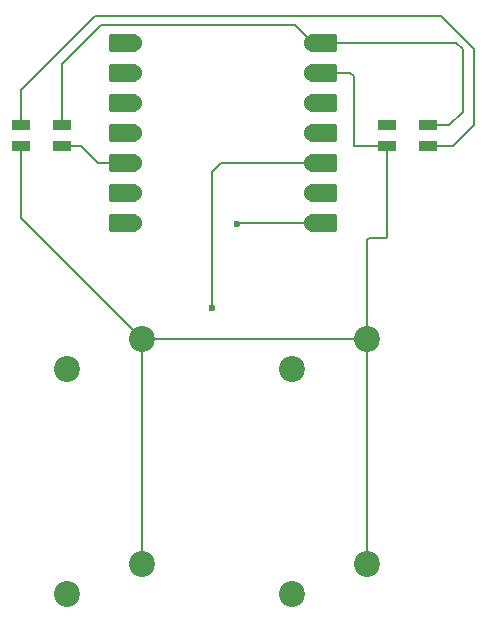
<source format=gbr>
%TF.GenerationSoftware,KiCad,Pcbnew,8.0.8*%
%TF.CreationDate,2025-02-16T22:09:59-06:00*%
%TF.ProjectId,hackPad,6861636b-5061-4642-9e6b-696361645f70,rev?*%
%TF.SameCoordinates,Original*%
%TF.FileFunction,Copper,L1,Top*%
%TF.FilePolarity,Positive*%
%FSLAX46Y46*%
G04 Gerber Fmt 4.6, Leading zero omitted, Abs format (unit mm)*
G04 Created by KiCad (PCBNEW 8.0.8) date 2025-02-16 22:09:59*
%MOMM*%
%LPD*%
G01*
G04 APERTURE LIST*
G04 Aperture macros list*
%AMRoundRect*
0 Rectangle with rounded corners*
0 $1 Rounding radius*
0 $2 $3 $4 $5 $6 $7 $8 $9 X,Y pos of 4 corners*
0 Add a 4 corners polygon primitive as box body*
4,1,4,$2,$3,$4,$5,$6,$7,$8,$9,$2,$3,0*
0 Add four circle primitives for the rounded corners*
1,1,$1+$1,$2,$3*
1,1,$1+$1,$4,$5*
1,1,$1+$1,$6,$7*
1,1,$1+$1,$8,$9*
0 Add four rect primitives between the rounded corners*
20,1,$1+$1,$2,$3,$4,$5,0*
20,1,$1+$1,$4,$5,$6,$7,0*
20,1,$1+$1,$6,$7,$8,$9,0*
20,1,$1+$1,$8,$9,$2,$3,0*%
G04 Aperture macros list end*
%TA.AperFunction,SMDPad,CuDef*%
%ADD10RoundRect,0.152400X1.063600X0.609600X-1.063600X0.609600X-1.063600X-0.609600X1.063600X-0.609600X0*%
%TD*%
%TA.AperFunction,ComponentPad*%
%ADD11C,1.524000*%
%TD*%
%TA.AperFunction,SMDPad,CuDef*%
%ADD12RoundRect,0.152400X-1.063600X-0.609600X1.063600X-0.609600X1.063600X0.609600X-1.063600X0.609600X0*%
%TD*%
%TA.AperFunction,ComponentPad*%
%ADD13C,2.200000*%
%TD*%
%TA.AperFunction,SMDPad,CuDef*%
%ADD14R,1.600000X0.850000*%
%TD*%
%TA.AperFunction,ViaPad*%
%ADD15C,0.600000*%
%TD*%
%TA.AperFunction,Conductor*%
%ADD16C,0.200000*%
%TD*%
G04 APERTURE END LIST*
D10*
%TO.P,U1,1,GPIO26/ADC0/A0*%
%TO.N,unconnected-(U1-GPIO26{slash}ADC0{slash}A0-Pad1)*%
X110131250Y-65079500D03*
D11*
X110966250Y-65079500D03*
D10*
%TO.P,U1,2,GPIO27/ADC1/A1*%
%TO.N,unconnected-(U1-GPIO27{slash}ADC1{slash}A1-Pad2)*%
X110131250Y-67619500D03*
D11*
X110966250Y-67619500D03*
D10*
%TO.P,U1,3,GPIO28/ADC2/A2*%
%TO.N,unconnected-(U1-GPIO28{slash}ADC2{slash}A2-Pad3)*%
X110131250Y-70159500D03*
D11*
X110966250Y-70159500D03*
D10*
%TO.P,U1,4,GPIO29/ADC3/A3*%
%TO.N,unconnected-(U1-GPIO29{slash}ADC3{slash}A3-Pad4)*%
X110131250Y-72699500D03*
D11*
X110966250Y-72699500D03*
D10*
%TO.P,U1,5,GPIO6/SDA*%
%TO.N,Net-(D1-DIN)*%
X110131250Y-75239500D03*
D11*
X110966250Y-75239500D03*
D10*
%TO.P,U1,6,GPIO7/SCL*%
%TO.N,unconnected-(U1-GPIO7{slash}SCL-Pad6)*%
X110131250Y-77779500D03*
D11*
X110966250Y-77779500D03*
D10*
%TO.P,U1,7,GPIO0/TX*%
%TO.N,unconnected-(U1-GPIO0{slash}TX-Pad7)*%
X110131250Y-80319500D03*
D11*
X110966250Y-80319500D03*
%TO.P,U1,8,GPIO1/RX*%
%TO.N,Net-(U1-GPIO1{slash}RX)*%
X126206250Y-80319500D03*
D12*
X127041250Y-80319500D03*
D11*
%TO.P,U1,9,GPIO2/SCK*%
%TO.N,Net-(U1-GPIO2{slash}SCK)*%
X126206250Y-77779500D03*
D12*
X127041250Y-77779500D03*
D11*
%TO.P,U1,10,GPIO4/MISO*%
%TO.N,Net-(U1-GPIO4{slash}MISO)*%
X126206250Y-75239500D03*
D12*
X127041250Y-75239500D03*
D11*
%TO.P,U1,11,GPIO3/MOSI*%
%TO.N,Net-(U1-GPIO3{slash}MOSI)*%
X126206250Y-72699500D03*
D12*
X127041250Y-72699500D03*
D11*
%TO.P,U1,12,3V3*%
%TO.N,unconnected-(U1-3V3-Pad12)*%
X126206250Y-70159500D03*
D12*
X127041250Y-70159500D03*
D11*
%TO.P,U1,13,GND*%
%TO.N,GND*%
X126206250Y-67619500D03*
D12*
X127041250Y-67619500D03*
D11*
%TO.P,U1,14,VBUS*%
%TO.N,+5V*%
X126206250Y-65079500D03*
D12*
X127041250Y-65079500D03*
%TD*%
D13*
%TO.P,SW4,1,1*%
%TO.N,GND*%
X130810000Y-109220000D03*
%TO.P,SW4,2,2*%
%TO.N,Net-(U1-GPIO3{slash}MOSI)*%
X124460000Y-111760000D03*
%TD*%
%TO.P,SW3,1,1*%
%TO.N,GND*%
X111760000Y-109220000D03*
%TO.P,SW3,2,2*%
%TO.N,Net-(U1-GPIO4{slash}MISO)*%
X105410000Y-111760000D03*
%TD*%
%TO.P,SW2,1,1*%
%TO.N,GND*%
X130810000Y-90170000D03*
%TO.P,SW2,2,2*%
%TO.N,Net-(U1-GPIO2{slash}SCK)*%
X124460000Y-92710000D03*
%TD*%
%TO.P,SW1,1,1*%
%TO.N,GND*%
X111760000Y-90170000D03*
%TO.P,SW1,2,2*%
%TO.N,Net-(U1-GPIO1{slash}RX)*%
X105410000Y-92710000D03*
%TD*%
D14*
%TO.P,D2,1,DOUT*%
%TO.N,unconnected-(D2-DOUT-Pad1)*%
X132475000Y-72068750D03*
%TO.P,D2,2,VSS*%
%TO.N,GND*%
X132475000Y-73818750D03*
%TO.P,D2,3,DIN*%
%TO.N,Net-(D1-DOUT)*%
X135975000Y-73818750D03*
%TO.P,D2,4,VDD*%
%TO.N,+5V*%
X135975000Y-72068750D03*
%TD*%
%TO.P,D1,4,VDD*%
%TO.N,+5V*%
X105018750Y-72068750D03*
%TO.P,D1,3,DIN*%
%TO.N,Net-(D1-DIN)*%
X105018750Y-73818750D03*
%TO.P,D1,2,VSS*%
%TO.N,GND*%
X101518750Y-73818750D03*
%TO.P,D1,1,DOUT*%
%TO.N,Net-(D1-DOUT)*%
X101518750Y-72068750D03*
%TD*%
D15*
%TO.N,Net-(U1-GPIO1{slash}RX)*%
X119800000Y-80400000D03*
%TO.N,Net-(U1-GPIO4{slash}MISO)*%
X117700000Y-87500000D03*
%TD*%
D16*
%TO.N,Net-(U1-GPIO1{slash}RX)*%
X119880500Y-80319500D02*
X119800000Y-80400000D01*
X126206250Y-80319500D02*
X119880500Y-80319500D01*
%TO.N,GND*%
X111760000Y-90170000D02*
X111760000Y-109220000D01*
X111760000Y-90170000D02*
X130810000Y-90170000D01*
X101518750Y-73818750D02*
X101518750Y-79928750D01*
X101518750Y-79928750D02*
X111760000Y-90170000D01*
%TO.N,Net-(D1-DIN)*%
X110966250Y-75239500D02*
X108039500Y-75239500D01*
X108039500Y-75239500D02*
X106618750Y-73818750D01*
X106618750Y-73818750D02*
X105018750Y-73818750D01*
%TO.N,GND*%
X130810000Y-90170000D02*
X130810000Y-109220000D01*
X132475000Y-73818750D02*
X132475000Y-81525000D01*
X132475000Y-81525000D02*
X132400000Y-81600000D01*
X130810000Y-81790000D02*
X130810000Y-90170000D01*
X132400000Y-81600000D02*
X131000000Y-81600000D01*
X131000000Y-81600000D02*
X130810000Y-81790000D01*
X129700000Y-67900000D02*
X129400000Y-67600000D01*
X129718750Y-73818750D02*
X129700000Y-73800000D01*
X129700000Y-73800000D02*
X129700000Y-67900000D01*
X129400000Y-67600000D02*
X129380500Y-67619500D01*
X129380500Y-67619500D02*
X126206250Y-67619500D01*
%TO.N,+5V*%
X135975000Y-72068750D02*
X137731250Y-72068750D01*
X137731250Y-72068750D02*
X138900000Y-70900000D01*
X138900000Y-65600000D02*
X138379500Y-65079500D01*
X138379500Y-65079500D02*
X127041250Y-65079500D01*
X138900000Y-70900000D02*
X138900000Y-65600000D01*
X105018750Y-66881250D02*
X108300000Y-63600000D01*
X105018750Y-72068750D02*
X105018750Y-66881250D01*
X124726750Y-63600000D02*
X126206250Y-65079500D01*
X108300000Y-63600000D02*
X124726750Y-63600000D01*
%TO.N,Net-(D1-DOUT)*%
X138081250Y-73818750D02*
X135975000Y-73818750D01*
X137100000Y-62800000D02*
X139900000Y-65600000D01*
X107800000Y-62800000D02*
X137100000Y-62800000D01*
X101518750Y-72068750D02*
X101518750Y-69081250D01*
X139900000Y-72000000D02*
X138081250Y-73818750D01*
X101518750Y-69081250D02*
X107800000Y-62800000D01*
X139900000Y-65600000D02*
X139900000Y-72000000D01*
%TO.N,GND*%
X132475000Y-73818750D02*
X129718750Y-73818750D01*
%TO.N,Net-(U1-GPIO4{slash}MISO)*%
X126206250Y-75239500D02*
X118460500Y-75239500D01*
X118460500Y-75239500D02*
X117700000Y-76000000D01*
X117700000Y-76000000D02*
X117700000Y-87500000D01*
%TD*%
M02*

</source>
